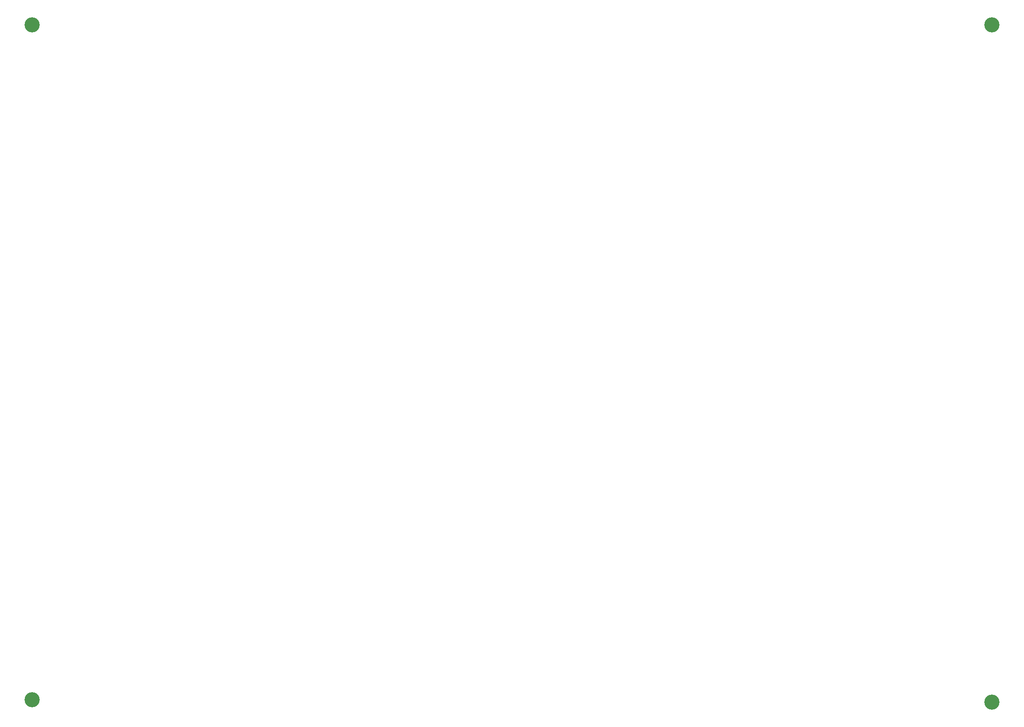
<source format=gbr>
%TF.GenerationSoftware,KiCad,Pcbnew,6.0.2+dfsg-1*%
%TF.CreationDate,2022-11-03T12:06:56-07:00*%
%TF.ProjectId,slot_track,736c6f74-5f74-4726-9163-6b2e6b696361,rev?*%
%TF.SameCoordinates,Original*%
%TF.FileFunction,Soldermask,Top*%
%TF.FilePolarity,Negative*%
%FSLAX46Y46*%
G04 Gerber Fmt 4.6, Leading zero omitted, Abs format (unit mm)*
G04 Created by KiCad (PCBNEW 6.0.2+dfsg-1) date 2022-11-03 12:06:56*
%MOMM*%
%LPD*%
G01*
G04 APERTURE LIST*
%ADD10C,3.200000*%
G04 APERTURE END LIST*
D10*
%TO.C,H4*%
X295000000Y-71000000D03*
%TD*%
%TO.C,H3*%
X92500000Y-213500000D03*
%TD*%
%TO.C,H2*%
X92500000Y-71000000D03*
%TD*%
%TO.C,H1*%
X295000000Y-214000000D03*
%TD*%
M02*

</source>
